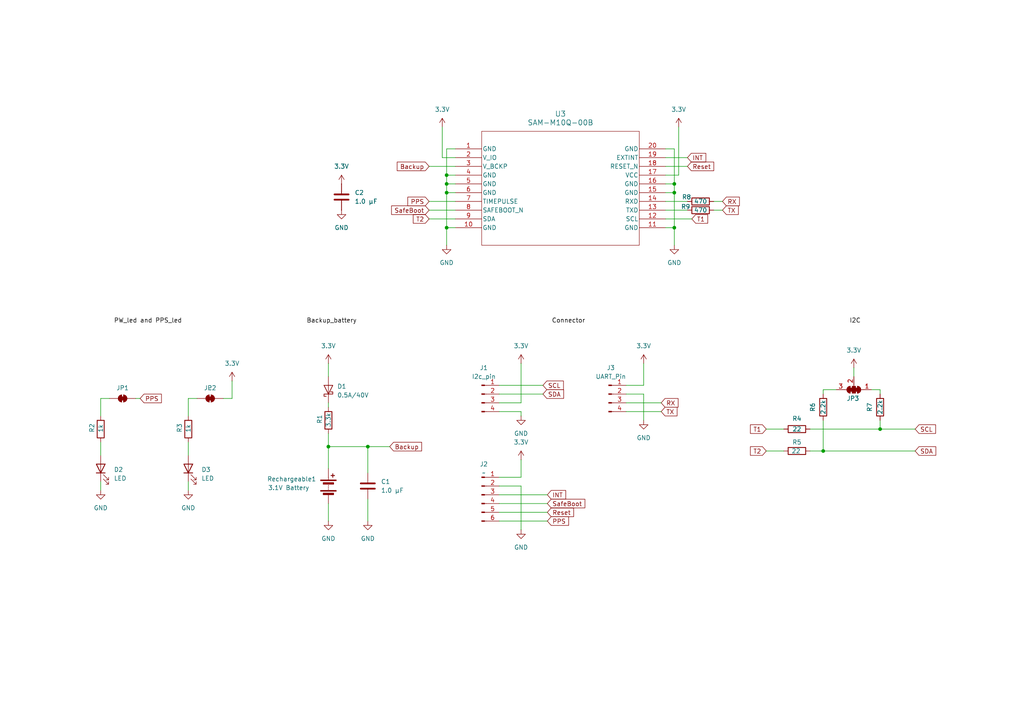
<source format=kicad_sch>
(kicad_sch (version 20231120) (generator "eeschema") (generator_version "8.0")
  (paper "A4")
  (lib_symbols
    (symbol "Connector:Conn_01x04_Pin" (pin_names (offset 1.016) hide)
      (property "Reference" "J" (at 0 5.08 0))
      (property "Value" "Conn_01x04_Pin" (at 0 -7.62 0))
      (symbol "Conn_01x04_Pin_1_1"
        (polyline (pts (xy 1.27 -5.08) (xy 0.8636 -5.08)) (stroke (width 0.1524)))
        (polyline (pts (xy 1.27 -2.54) (xy 0.8636 -2.54)) (stroke (width 0.1524)))
        (polyline (pts (xy 1.27 0) (xy 0.8636 0)) (stroke (width 0.1524)))
        (polyline (pts (xy 1.27 2.54) (xy 0.8636 2.54)) (stroke (width 0.1524)))
        (rectangle (start 0.8636 -4.953) (end 0 -5.207) (stroke (width 0.1524)) (fill (type outline)))
        (rectangle (start 0.8636 -2.413) (end 0 -2.667) (stroke (width 0.1524)) (fill (type outline)))
        (rectangle (start 0.8636 0.127) (end 0 -0.127) (stroke (width 0.1524)) (fill (type outline)))
        (rectangle (start 0.8636 2.667) (end 0 2.413) (stroke (width 0.1524)) (fill (type outline)))
        (pin passive line (at 5.08 2.54 180) (length 3.81) (name "Pin_1") (number "1"))
        (pin passive line (at 5.08 0 180) (length 3.81) (name "Pin_2") (number "2"))
        (pin passive line (at 5.08 -2.54 180) (length 3.81) (name "Pin_3") (number "3"))
        (pin passive line (at 5.08 -5.08 180) (length 3.81) (name "Pin_4") (number "4"))
      )
    )
    (symbol "Connector:Conn_01x06_Pin" (pin_names (offset 1.016) hide)
      (property "Reference" "J" (at 0 7.62 0))
      (property "Value" "Conn_01x06_Pin" (at 0 -10.16 0))
      (symbol "Conn_01x06_Pin_1_1"
        (polyline (pts (xy 1.27 -7.62) (xy 0.8636 -7.62)) (stroke (width 0.1524)))
        (polyline (pts (xy 1.27 -5.08) (xy 0.8636 -5.08)) (stroke (width 0.1524)))
        (polyline (pts (xy 1.27 -2.54) (xy 0.8636 -2.54)) (stroke (width 0.1524)))
        (polyline (pts (xy 1.27 0) (xy 0.8636 0)) (stroke (width 0.1524)))
        (polyline (pts (xy 1.27 2.54) (xy 0.8636 2.54)) (stroke (width 0.1524)))
        (polyline (pts (xy 1.27 5.08) (xy 0.8636 5.08)) (stroke (width 0.1524)))
        (rectangle (start 0.8636 -7.493) (end 0 -7.747) (stroke (width 0.1524)) (fill (type outline)))
        (rectangle (start 0.8636 -4.953) (end 0 -5.207) (stroke (width 0.1524)) (fill (type outline)))
        (rectangle (start 0.8636 -2.413) (end 0 -2.667) (stroke (width 0.1524)) (fill (type outline)))
        (rectangle (start 0.8636 0.127) (end 0 -0.127) (stroke (width 0.1524)) (fill (type outline)))
        (rectangle (start 0.8636 2.667) (end 0 2.413) (stroke (width 0.1524)) (fill (type outline)))
        (rectangle (start 0.8636 5.207) (end 0 4.953) (stroke (width 0.1524)) (fill (type outline)))
        (pin passive line (at 5.08 5.08 180) (length 3.81) (name "Pin_1") (number "1"))
        (pin passive line (at 5.08 2.54 180) (length 3.81) (name "Pin_2") (number "2"))
        (pin passive line (at 5.08 0 180) (length 3.81) (name "Pin_3") (number "3"))
        (pin passive line (at 5.08 -2.54 180) (length 3.81) (name "Pin_4") (number "4"))
        (pin passive line (at 5.08 -5.08 180) (length 3.81) (name "Pin_5") (number "5"))
        (pin passive line (at 5.08 -7.62 180) (length 3.81) (name "Pin_6") (number "6"))
      )
    )
    (symbol "Device:Battery" (pin_numbers hide) (pin_names (offset 0) hide)
      (property "Reference" "BT" (at 2.54 2.54 0))
      (property "Value" "Battery" (at 2.54 0 0))
      (symbol "Battery_0_1"
        (rectangle (start -2.286 -1.27) (end 2.286 -1.524) (fill (type outline)))
        (rectangle (start -2.286 1.778) (end 2.286 1.524) (fill (type outline)))
        (rectangle (start -1.524 -2.032) (end 1.524 -2.54) (fill (type outline)))
        (rectangle (start -1.524 1.016) (end 1.524 0.508) (fill (type outline)))
        (polyline (pts (xy 0 -1.016) (xy 0 -0.762)))
        (polyline (pts (xy 0 -0.508) (xy 0 -0.254)))
        (polyline (pts (xy 0 0) (xy 0 0.254)))
        (polyline (pts (xy 0 1.778) (xy 0 2.54)))
        (polyline (pts (xy 0.762 3.048) (xy 1.778 3.048)) (stroke (width 0.254)))
        (polyline (pts (xy 1.27 3.556) (xy 1.27 2.54)) (stroke (width 0.254)))
      )
      (symbol "Battery_1_1"
        (pin passive line (at 0 5.08 270) (length 2.54) (name "+") (number "1"))
        (pin passive line (at 0 -5.08 90) (length 2.54) (name "-") (number "2"))
      )
    )
    (symbol "Device:C" (pin_numbers hide) (pin_names (offset 0.254))
      (property "Reference" "C" (at 0.635 2.54 0))
      (property "Value" "C" (at 0.635 -2.54 0))
      (symbol "C_0_1"
        (polyline (pts (xy -2.032 -0.762) (xy 2.032 -0.762)) (stroke (width 0.508)))
        (polyline (pts (xy -2.032 0.762) (xy 2.032 0.762)) (stroke (width 0.508)))
      )
      (symbol "C_1_1"
        (pin passive line (at 0 3.81 270) (length 2.794) (name "~") (number "1"))
        (pin passive line (at 0 -3.81 90) (length 2.794) (name "~") (number "2"))
      )
    )
    (symbol "Device:LED" (pin_numbers hide) (pin_names (offset 1.016) hide)
      (property "Reference" "D" (at 0 2.54 0))
      (property "Value" "LED" (at 0 -2.54 0))
      (symbol "LED_0_1"
        (polyline (pts (xy -1.27 -1.27) (xy -1.27 1.27)) (stroke (width 0.254)))
        (polyline (pts (xy -1.27 0) (xy 1.27 0)))
        (polyline (pts (xy 1.27 -1.27) (xy 1.27 1.27) (xy -1.27 0) (xy 1.27 -1.27)) (stroke (width 0.254)))
        (polyline (pts (xy -3.048 -0.762) (xy -4.572 -2.286) (xy -3.81 -2.286) (xy -4.572 -2.286) (xy -4.572 -1.524)))
        (polyline (pts (xy -1.778 -0.762) (xy -3.302 -2.286) (xy -2.54 -2.286) (xy -3.302 -2.286) (xy -3.302 -1.524)))
      )
      (symbol "LED_1_1"
        (pin passive line (at -3.81 0 0) (length 2.54) (name "K") (number "1"))
        (pin passive line (at 3.81 0 180) (length 2.54) (name "A") (number "2"))
      )
    )
    (symbol "Device:R" (pin_numbers hide) (pin_names (offset 0))
      (property "Reference" "R" (at 2.032 0 90))
      (property "Value" "R" (at 0 0 90))
      (symbol "R_0_1"
        (rectangle (start -1.016 -2.54) (end 1.016 2.54) (stroke (width 0.254)))
      )
      (symbol "R_1_1"
        (pin passive line (at 0 3.81 270) (length 1.27) (name "~") (number "1"))
        (pin passive line (at 0 -3.81 90) (length 1.27) (name "~") (number "2"))
      )
    )
    (symbol "Diode:PMEG4005EH" (pin_numbers hide) (pin_names hide)
      (property "Reference" "D" (at 0 2.54 0))
      (property "Value" "PMEG4005EH" (at 0 -2.54 0))
      (symbol "PMEG4005EH_0_1"
        (polyline (pts (xy 1.27 0) (xy -1.27 0)))
        (polyline (pts (xy 1.27 1.27) (xy 1.27 -1.27) (xy -1.27 0) (xy 1.27 1.27)) (stroke (width 0.2032)))
        (polyline (pts (xy -1.905 0.635) (xy -1.905 1.27) (xy -1.27 1.27) (xy -1.27 -1.27) (xy -0.635 -1.27) (xy -0.635 -0.635)) (stroke (width 0.2032)))
      )
      (symbol "PMEG4005EH_1_1"
        (pin passive line (at -3.81 0 0) (length 2.54) (name "K") (number "1"))
        (pin passive line (at 3.81 0 180) (length 2.54) (name "A") (number "2"))
      )
    )
    (symbol "Jumper:SolderJumper_2_Bridged" (pin_numbers hide) (pin_names (offset 0) hide) (exclude_from_sim yes) (in_bom no)
      (property "Reference" "JP" (at 0 2.032 0))
      (property "Value" "SolderJumper_2_Bridged" (at 0 -2.54 0))
      (symbol "SolderJumper_2_Bridged_0_1"
        (rectangle (start -0.508 0.508) (end 0.508 -0.508) (fill (type outline)))
        (arc (start -0.254 1.016) (mid -1.2656 0) (end -0.254 -1.016))
        (arc (start -0.254 1.016) (mid -1.2656 0) (end -0.254 -1.016) (fill (type outline)))
        (polyline (pts (xy -0.254 1.016) (xy -0.254 -1.016)))
        (polyline (pts (xy 0.254 1.016) (xy 0.254 -1.016)))
        (arc (start 0.254 -1.016) (mid 1.2656 0) (end 0.254 1.016))
        (arc (start 0.254 -1.016) (mid 1.2656 0) (end 0.254 1.016) (fill (type outline)))
      )
      (symbol "SolderJumper_2_Bridged_1_1"
        (pin passive line (at -3.81 0 0) (length 2.54) (name "A") (number "1"))
        (pin passive line (at 3.81 0 180) (length 2.54) (name "B") (number "2"))
      )
    )
    (symbol "Jumper:SolderJumper_3_Bridged123" (pin_names (offset 0) hide) (exclude_from_sim yes) (in_bom no)
      (property "Reference" "JP" (at -2.54 -2.54 0))
      (property "Value" "SolderJumper_3_Bridged123" (at 0 2.794 0))
      (symbol "SolderJumper_3_Bridged123_0_1"
        (rectangle (start -1.016 0.508) (end -0.508 -0.508) (fill (type outline)))
        (arc (start -1.016 1.016) (mid -2.0276 0) (end -1.016 -1.016))
        (arc (start -1.016 1.016) (mid -2.0276 0) (end -1.016 -1.016) (fill (type outline)))
        (rectangle (start -0.508 1.016) (end 0.508 -1.016) (fill (type outline)))
        (polyline (pts (xy -2.54 0) (xy -2.032 0)))
        (polyline (pts (xy -1.016 1.016) (xy -1.016 -1.016)))
        (polyline (pts (xy 0 -1.27) (xy 0 -1.016)))
        (polyline (pts (xy 1.016 1.016) (xy 1.016 -1.016)))
        (polyline (pts (xy 2.54 0) (xy 2.032 0)))
        (rectangle (start 0.508 0.508) (end 1.016 -0.508) (fill (type outline)))
        (arc (start 1.016 -1.016) (mid 2.0276 0) (end 1.016 1.016))
        (arc (start 1.016 -1.016) (mid 2.0276 0) (end 1.016 1.016) (fill (type outline)))
      )
      (symbol "SolderJumper_3_Bridged123_1_1"
        (pin passive line (at -5.08 0 0) (length 2.54) (name "A") (number "1"))
        (pin passive line (at 0 -3.81 90) (length 2.54) (name "C") (number "2"))
        (pin passive line (at 5.08 0 180) (length 2.54) (name "B") (number "3"))
      )
    )
    (symbol "SAM-M10Q:SAM-M10Q-00B" (pin_names (offset 0.254))
      (property "Reference" "U" (at 30.48 10.16 0))
      (property "Value" "SAM-M10Q-00B" (at 30.48 7.62 0))
      (symbol "SAM-M10Q-00B_0_1"
        (polyline (pts (xy 7.62 -27.94) (xy 53.34 -27.94)) (stroke (width 0.127)))
        (polyline (pts (xy 7.62 5.08) (xy 7.62 -27.94)) (stroke (width 0.127)))
        (polyline (pts (xy 53.34 -27.94) (xy 53.34 5.08)) (stroke (width 0.127)))
        (polyline (pts (xy 53.34 5.08) (xy 7.62 5.08)) (stroke (width 0.127)))
        (pin power_out line (at 0 0 0) (length 7.62) (name "GND") (number "1"))
        (pin power_out line (at 0 -22.86 0) (length 7.62) (name "GND") (number "10"))
        (pin power_out line (at 60.96 -22.86 180) (length 7.62) (name "GND") (number "11"))
        (pin input line (at 60.96 -20.32 180) (length 7.62) (name "SCL") (number "12"))
        (pin output line (at 60.96 -17.78 180) (length 7.62) (name "TXD") (number "13"))
        (pin input line (at 60.96 -15.24 180) (length 7.62) (name "RXD") (number "14"))
        (pin power_out line (at 60.96 -12.7 180) (length 7.62) (name "GND") (number "15"))
        (pin power_out line (at 60.96 -10.16 180) (length 7.62) (name "GND") (number "16"))
        (pin power_in line (at 60.96 -7.62 180) (length 7.62) (name "VCC") (number "17"))
        (pin input line (at 60.96 -5.08 180) (length 7.62) (name "RESET_N") (number "18"))
        (pin input line (at 60.96 -2.54 180) (length 7.62) (name "EXTINT") (number "19"))
        (pin power_in line (at 0 -2.54 0) (length 7.62) (name "V_IO") (number "2"))
        (pin power_out line (at 60.96 0 180) (length 7.62) (name "GND") (number "20"))
        (pin power_in line (at 0 -5.08 0) (length 7.62) (name "V_BCKP") (number "3"))
        (pin power_out line (at 0 -7.62 0) (length 7.62) (name "GND") (number "4"))
        (pin power_out line (at 0 -10.16 0) (length 7.62) (name "GND") (number "5"))
        (pin power_out line (at 0 -12.7 0) (length 7.62) (name "GND") (number "6"))
        (pin output line (at 0 -15.24 0) (length 7.62) (name "TIMEPULSE") (number "7"))
        (pin input line (at 0 -17.78 0) (length 7.62) (name "SAFEBOOT_N") (number "8"))
        (pin bidirectional line (at 0 -20.32 0) (length 7.62) (name "SDA") (number "9"))
      )
    )
    (symbol "power:GND" (power) (pin_numbers hide) (pin_names (offset 0) hide)
      (property "Value" "GND" (at 0 -3.81 0))
      (symbol "GND_0_1"
        (polyline (pts (xy 0 0) (xy 0 -1.27) (xy 1.27 -1.27) (xy 0 -2.54) (xy -1.27 -1.27) (xy 0 -1.27)))
      )
      (symbol "GND_1_1"
        (pin power_in line (at 0 0 270) (length 0) (name "~") (number "1"))
      )
    )
    (symbol "power:VCC" (power) (pin_numbers hide) (pin_names (offset 0) hide)
      (property "Value" "VCC" (at 0 3.556 0))
      (symbol "VCC_0_1"
        (polyline (pts (xy -0.762 1.27) (xy 0 2.54)))
        (polyline (pts (xy 0 0) (xy 0 2.54)))
        (polyline (pts (xy 0 2.54) (xy 0.762 1.27)))
      )
      (symbol "VCC_1_1"
        (pin power_in line (at 0 0 90) (length 0) (name "~") (number "1"))
      )
    )
  )
  (junction (at 255.27 124.46))
  (junction (at 129.54 66.04))
  (junction (at 129.54 50.8))
  (junction (at 129.54 53.34))
  (junction (at 106.68 129.54))
  (junction (at 195.58 55.88))
  (junction (at 95.25 129.54))
  (junction (at 195.58 53.34))
  (junction (at 129.54 55.88))
  (junction (at 238.76 130.81))
  (junction (at 195.58 66.04))
  (wire (pts (xy 144.78 146.05) (xy 158.75 146.05)))
  (wire (pts (xy 29.21 128.27) (xy 29.21 132.08)))
  (wire (pts (xy 247.65 106.68) (xy 247.65 109.22)))
  (wire (pts (xy 95.25 105.41) (xy 95.25 109.22)))
  (wire (pts (xy 29.21 139.7) (xy 29.21 142.24)))
  (wire (pts (xy 157.48 111.76) (xy 144.78 111.76)))
  (wire (pts (xy 124.46 58.42) (xy 132.08 58.42)))
  (wire (pts (xy 144.78 148.59) (xy 158.75 148.59)))
  (wire (pts (xy 193.04 43.18) (xy 195.58 43.18)))
  (wire (pts (xy 193.04 55.88) (xy 195.58 55.88)))
  (wire (pts (xy 95.25 125.73) (xy 95.25 129.54)))
  (wire (pts (xy 128.27 36.83) (xy 128.27 45.72)))
  (wire (pts (xy 67.31 110.49) (xy 67.31 115.57)))
  (wire (pts (xy 40.64 115.57) (xy 39.37 115.57)))
  (wire (pts (xy 255.27 124.46) (xy 265.43 124.46)))
  (wire (pts (xy 129.54 66.04) (xy 132.08 66.04)))
  (wire (pts (xy 124.46 63.5) (xy 132.08 63.5)))
  (wire (pts (xy 124.46 48.26) (xy 132.08 48.26)))
  (wire (pts (xy 234.95 130.81) (xy 238.76 130.81)))
  (wire (pts (xy 124.46 60.96) (xy 132.08 60.96)))
  (wire (pts (xy 128.27 45.72) (xy 132.08 45.72)))
  (wire (pts (xy 191.77 119.38) (xy 181.61 119.38)))
  (wire (pts (xy 207.01 60.96) (xy 209.55 60.96)))
  (wire (pts (xy 181.61 114.3) (xy 186.69 114.3)))
  (wire (pts (xy 106.68 144.78) (xy 106.68 151.13)))
  (wire (pts (xy 144.78 151.13) (xy 158.75 151.13)))
  (wire (pts (xy 255.27 113.03) (xy 255.27 114.3)))
  (wire (pts (xy 252.73 113.03) (xy 255.27 113.03)))
  (wire (pts (xy 129.54 55.88) (xy 129.54 66.04)))
  (wire (pts (xy 151.13 105.41) (xy 151.13 116.84)))
  (wire (pts (xy 195.58 66.04) (xy 195.58 71.12)))
  (wire (pts (xy 106.68 129.54) (xy 113.03 129.54)))
  (wire (pts (xy 238.76 130.81) (xy 265.43 130.81)))
  (wire (pts (xy 195.58 43.18) (xy 195.58 53.34)))
  (wire (pts (xy 67.31 115.57) (xy 64.77 115.57)))
  (wire (pts (xy 106.68 129.54) (xy 106.68 137.16)))
  (wire (pts (xy 31.75 115.57) (xy 29.21 115.57)))
  (wire (pts (xy 193.04 66.04) (xy 195.58 66.04)))
  (wire (pts (xy 129.54 50.8) (xy 132.08 50.8)))
  (wire (pts (xy 199.39 48.26) (xy 193.04 48.26)))
  (wire (pts (xy 54.61 139.7) (xy 54.61 142.24)))
  (wire (pts (xy 129.54 55.88) (xy 132.08 55.88)))
  (wire (pts (xy 151.13 140.97) (xy 151.13 153.67)))
  (wire (pts (xy 193.04 58.42) (xy 199.39 58.42)))
  (wire (pts (xy 227.33 124.46) (xy 222.25 124.46)))
  (wire (pts (xy 227.33 130.81) (xy 222.25 130.81)))
  (wire (pts (xy 151.13 120.65) (xy 151.13 119.38)))
  (wire (pts (xy 199.39 45.72) (xy 193.04 45.72)))
  (wire (pts (xy 129.54 53.34) (xy 129.54 55.88)))
  (wire (pts (xy 95.25 146.05) (xy 95.25 151.13)))
  (wire (pts (xy 242.57 113.03) (xy 238.76 113.03)))
  (wire (pts (xy 195.58 53.34) (xy 195.58 55.88)))
  (wire (pts (xy 193.04 53.34) (xy 195.58 53.34)))
  (wire (pts (xy 186.69 114.3) (xy 186.69 121.92)))
  (wire (pts (xy 54.61 115.57) (xy 54.61 120.65)))
  (wire (pts (xy 234.95 124.46) (xy 255.27 124.46)))
  (wire (pts (xy 195.58 55.88) (xy 195.58 66.04)))
  (wire (pts (xy 186.69 105.41) (xy 186.69 111.76)))
  (wire (pts (xy 29.21 115.57) (xy 29.21 120.65)))
  (wire (pts (xy 238.76 121.92) (xy 238.76 130.81)))
  (wire (pts (xy 193.04 60.96) (xy 199.39 60.96)))
  (wire (pts (xy 144.78 138.43) (xy 151.13 138.43)))
  (wire (pts (xy 57.15 115.57) (xy 54.61 115.57)))
  (wire (pts (xy 151.13 119.38) (xy 144.78 119.38)))
  (wire (pts (xy 129.54 53.34) (xy 132.08 53.34)))
  (wire (pts (xy 191.77 116.84) (xy 181.61 116.84)))
  (wire (pts (xy 144.78 143.51) (xy 158.75 143.51)))
  (wire (pts (xy 200.66 63.5) (xy 193.04 63.5)))
  (wire (pts (xy 151.13 116.84) (xy 144.78 116.84)))
  (wire (pts (xy 238.76 113.03) (xy 238.76 114.3)))
  (wire (pts (xy 129.54 50.8) (xy 129.54 53.34)))
  (wire (pts (xy 157.48 114.3) (xy 144.78 114.3)))
  (wire (pts (xy 129.54 43.18) (xy 129.54 50.8)))
  (wire (pts (xy 95.25 116.84) (xy 95.25 118.11)))
  (wire (pts (xy 129.54 66.04) (xy 129.54 71.12)))
  (wire (pts (xy 207.01 58.42) (xy 209.55 58.42)))
  (wire (pts (xy 196.85 50.8) (xy 193.04 50.8)))
  (wire (pts (xy 95.25 129.54) (xy 95.25 135.89)))
  (wire (pts (xy 151.13 138.43) (xy 151.13 133.35)))
  (wire (pts (xy 186.69 111.76) (xy 181.61 111.76)))
  (wire (pts (xy 144.78 140.97) (xy 151.13 140.97)))
  (wire (pts (xy 95.25 129.54) (xy 106.68 129.54)))
  (wire (pts (xy 54.61 128.27) (xy 54.61 132.08)))
  (wire (pts (xy 132.08 43.18) (xy 129.54 43.18)))
  (wire (pts (xy 255.27 121.92) (xy 255.27 124.46)))
  (wire (pts (xy 196.85 36.83) (xy 196.85 50.8)))
  (label "Connector" (at 160.02 93.98 0))
  (label "PW_led and PPS_led" (at 33.02 93.98 0))
  (label "Backup_battery" (at 88.9 93.98 0))
  (label "I2C" (at 246.38 93.98 0))
  (global_label "RX" (shape input) (at 191.77 116.84 0) (property "Intersheetrefs" "${INTERSHEET_REFS}" (effects (hide yes))))
  (global_label "TX" (shape input) (at 209.55 60.96 0) (property "Intersheetrefs" "${INTERSHEET_REFS}" (effects (hide yes))))
  (global_label "SCL" (shape input) (at 157.48 111.76 0) (property "Intersheetrefs" "${INTERSHEET_REFS}" (effects (hide yes))))
  (global_label "T2" (shape input) (at 124.46 63.5 180) (property "Intersheetrefs" "${INTERSHEET_REFS}" (effects (hide yes))))
  (global_label "INT" (shape input) (at 199.39 45.72 0) (property "Intersheetrefs" "${INTERSHEET_REFS}" (effects (hide yes))))
  (global_label "PPS" (shape input) (at 40.64 115.57 0) (property "Intersheetrefs" "${INTERSHEET_REFS}" (effects (hide yes))))
  (global_label "Backup" (shape input) (at 113.03 129.54 0) (property "Intersheetrefs" "${INTERSHEET_REFS}" (effects (hide yes))))
  (global_label "PPS" (shape input) (at 158.75 151.13 0) (property "Intersheetrefs" "${INTERSHEET_REFS}" (effects (hide yes))))
  (global_label "T1" (shape input) (at 222.25 124.46 180) (property "Intersheetrefs" "${INTERSHEET_REFS}" (effects (hide yes))))
  (global_label "SCL" (shape input) (at 265.43 124.46 0) (property "Intersheetrefs" "${INTERSHEET_REFS}" (effects (hide yes))))
  (global_label "Reset" (shape input) (at 199.39 48.26 0) (property "Intersheetrefs" "${INTERSHEET_REFS}" (effects (hide yes))))
  (global_label "SDA" (shape input) (at 157.48 114.3 0) (property "Intersheetrefs" "${INTERSHEET_REFS}" (effects (hide yes))))
  (global_label "T1" (shape input) (at 200.66 63.5 0) (property "Intersheetrefs" "${INTERSHEET_REFS}" (effects (hide yes))))
  (global_label "SafeBoot" (shape input) (at 158.75 146.05 0) (property "Intersheetrefs" "${INTERSHEET_REFS}" (effects (hide yes))))
  (global_label "TX" (shape input) (at 191.77 119.38 0) (property "Intersheetrefs" "${INTERSHEET_REFS}" (effects (hide yes))))
  (global_label "PPS" (shape input) (at 124.46 58.42 180) (property "Intersheetrefs" "${INTERSHEET_REFS}" (effects (hide yes))))
  (global_label "Reset" (shape input) (at 158.75 148.59 0) (property "Intersheetrefs" "${INTERSHEET_REFS}" (effects (hide yes))))
  (global_label "RX" (shape input) (at 209.55 58.42 0) (property "Intersheetrefs" "${INTERSHEET_REFS}" (effects (hide yes))))
  (global_label "Backup" (shape input) (at 124.46 48.26 180) (property "Intersheetrefs" "${INTERSHEET_REFS}" (effects (hide yes))))
  (global_label "T2" (shape input) (at 222.25 130.81 180) (property "Intersheetrefs" "${INTERSHEET_REFS}" (effects (hide yes))))
  (global_label "INT" (shape input) (at 158.75 143.51 0) (property "Intersheetrefs" "${INTERSHEET_REFS}" (effects (hide yes))))
  (global_label "SDA" (shape input) (at 265.43 130.81 0) (property "Intersheetrefs" "${INTERSHEET_REFS}" (effects (hide yes))))
  (global_label "SafeBoot" (shape input) (at 124.46 60.96 180) (property "Intersheetrefs" "${INTERSHEET_REFS}" (effects (hide yes))))
  (symbol (lib_id "power:VCC") (at 151.13 105.41 0) (unit 1)
    (property "Reference" "#PWR04" (effects (hide yes)))
    (property "Value" "3.3V" (at 151.13 100.33 0))
    (property "Description" "Power symbol creates a global label with name \"VCC\"" (effects (hide yes)))
  )
  (symbol (lib_id "Device:R") (at 29.21 124.46 0) (unit 1)
    (property "Reference" "R2" (at 26.67 125.476 90) (effects (justify left)))
    (property "Value" "1k" (at 29.21 125.476 90) (effects (justify left)))
    (property "Footprint" "Resistor_SMD:R_0805_2012Metric" (effects (hide yes)))
    (property "Description" "Resistor" (effects (hide yes)))
  )
  (symbol (lib_id "power:GND") (at 151.13 153.67 0) (unit 1)
    (property "Reference" "#PWR08" (effects (hide yes)))
    (property "Value" "GND" (at 151.13 158.75 0))
    (property "Description" "Power symbol creates a global label with name \"GND\" , ground" (effects (hide yes)))
  )
  (symbol (lib_id "power:GND") (at 29.21 142.24 0) (unit 1)
    (property "Reference" "#PWR013" (effects (hide yes)))
    (property "Value" "GND" (at 29.21 147.32 0))
    (property "Description" "Power symbol creates a global label with name \"GND\" , ground" (effects (hide yes)))
  )
  (symbol (lib_id "Device:C") (at 99.06 57.15 0) (unit 1)
    (property "Reference" "C2" (at 102.87 55.8799 0) (effects (justify left)))
    (property "Value" "1.0 µF" (at 102.87 58.4199 0) (effects (justify left)))
    (property "Footprint" "Capacitor_SMD:C_0805_2012Metric" (effects (hide yes)))
    (property "Description" "Unpolarized capacitor" (effects (hide yes)))
  )
  (symbol (lib_id "Jumper:SolderJumper_2_Bridged") (at 60.96 115.57 0) (unit 1) (exclude_from_sim yes) (in_bom no)
    (property "Reference" "JP2" (at 60.96 112.522 0))
    (property "Value" "~" (at 60.96 113.03 0))
    (property "Footprint" "Jumper:SolderJumper-2_P1.3mm_Open_Pad1.0x1.5mm" (effects (hide yes)))
    (property "Description" "Solder Jumper, 2-pole, closed/bridged" (effects (hide yes)))
  )
  (symbol (lib_id "power:VCC") (at 128.27 36.83 0) (unit 1)
    (property "Reference" "#PWR01" (effects (hide yes)))
    (property "Value" "3.3V" (at 128.27 31.75 0))
    (property "Description" "Power symbol creates a global label with name \"VCC\"" (effects (hide yes)))
  )
  (symbol (lib_id "power:VCC") (at 99.06 53.34 0) (unit 1)
    (property "Reference" "#PWR018" (effects (hide yes)))
    (property "Value" "3.3V" (at 99.06 48.26 0))
    (property "Description" "Power symbol creates a global label with name \"VCC\"" (effects (hide yes)))
  )
  (symbol (lib_id "power:GND") (at 106.68 151.13 0) (unit 1)
    (property "Reference" "#PWR011" (effects (hide yes)))
    (property "Value" "GND" (at 106.68 156.21 0))
    (property "Description" "Power symbol creates a global label with name \"GND\" , ground" (effects (hide yes)))
  )
  (symbol (lib_id "Device:LED") (at 29.21 135.89 90) (unit 1)
    (property "Reference" "D2" (at 33.02 136.2074 90) (effects (justify right)))
    (property "Value" "LED" (at 33.02 138.7474 90) (effects (justify right)))
    (property "Footprint" "LED_SMD:LED_0805_2012Metric" (effects (hide yes)))
    (property "Description" "Light emitting diode" (effects (hide yes)))
  )
  (symbol (lib_id "power:VCC") (at 186.69 105.41 0) (unit 1)
    (property "Reference" "#PWR05" (effects (hide yes)))
    (property "Value" "3.3V" (at 186.69 100.33 0))
    (property "Description" "Power symbol creates a global label with name \"VCC\"" (effects (hide yes)))
  )
  (symbol (lib_id "Device:R") (at 231.14 124.46 270) (unit 1)
    (property "Reference" "R4" (at 231.14 121.412 90))
    (property "Value" "22" (at 231.14 124.46 90))
    (property "Footprint" "Resistor_SMD:R_0805_2012Metric" (effects (hide yes)))
    (property "Description" "Resistor" (effects (hide yes)))
  )
  (symbol (lib_id "power:GND") (at 186.69 121.92 0) (unit 1)
    (property "Reference" "#PWR06" (effects (hide yes)))
    (property "Value" "GND" (at 186.69 127 0))
    (property "Description" "Power symbol creates a global label with name \"GND\" , ground" (effects (hide yes)))
  )
  (symbol (lib_id "power:VCC") (at 151.13 133.35 0) (unit 1)
    (property "Reference" "#PWR07" (effects (hide yes)))
    (property "Value" "3.3V" (at 151.13 128.27 0))
    (property "Description" "Power symbol creates a global label with name \"VCC\"" (effects (hide yes)))
  )
  (symbol (lib_id "Device:LED") (at 54.61 135.89 90) (unit 1)
    (property "Reference" "D3" (at 58.42 136.2074 90) (effects (justify right)))
    (property "Value" "LED" (at 58.42 138.7474 90) (effects (justify right)))
    (property "Footprint" "LED_SMD:LED_0805_2012Metric" (effects (hide yes)))
    (property "Description" "Light emitting diode" (effects (hide yes)))
  )
  (symbol (lib_id "Jumper:SolderJumper_3_Bridged123") (at 247.65 113.03 180) (unit 1) (exclude_from_sim yes) (in_bom no)
    (property "Reference" "JP3" (at 247.396 115.57 0))
    (property "Value" "SolderJumper_3_Bridged123" (effects (hide yes)))
    (property "Footprint" "Jumper:SolderJumper-3_P1.3mm_Open_Pad1.0x1.5mm_NumberLabels" (effects (hide yes)))
    (property "Description" "Solder Jumper, 3-pole, pins 1+2+3 closed/bridged" (effects (hide yes)))
  )
  (symbol (lib_id "power:VCC") (at 247.65 106.68 0) (unit 1)
    (property "Reference" "#PWR017" (effects (hide yes)))
    (property "Value" "3.3V" (at 247.65 101.6 0))
    (property "Description" "Power symbol creates a global label with name \"VCC\"" (effects (hide yes)))
  )
  (symbol (lib_id "power:GND") (at 195.58 71.12 0) (unit 1)
    (property "Reference" "#PWR015" (effects (hide yes)))
    (property "Value" "GND" (at 195.58 76.2 0))
    (property "Description" "Power symbol creates a global label with name \"GND\" , ground" (effects (hide yes)))
  )
  (symbol (lib_id "Device:R") (at 231.14 130.81 270) (unit 1)
    (property "Reference" "R5" (at 231.14 128.27 90))
    (property "Value" "22" (at 230.886 130.81 90))
    (property "Footprint" "Resistor_SMD:R_0805_2012Metric" (effects (hide yes)))
    (property "Description" "Resistor" (effects (hide yes)))
  )
  (symbol (lib_id "Device:R") (at 203.2 60.96 270) (unit 1)
    (property "Reference" "R9" (at 198.882 59.944 90))
    (property "Value" "470" (at 203.2 60.96 90))
    (property "Footprint" "Resistor_SMD:R_0805_2012Metric" (effects (hide yes)))
    (property "Description" "Resistor" (effects (hide yes)))
  )
  (symbol (lib_id "power:VCC") (at 196.85 36.83 0) (unit 1)
    (property "Reference" "#PWR02" (effects (hide yes)))
    (property "Value" "3.3V" (at 196.85 31.75 0))
    (property "Description" "Power symbol creates a global label with name \"VCC\"" (effects (hide yes)))
  )
  (symbol (lib_id "Device:C") (at 106.68 140.97 0) (unit 1)
    (property "Reference" "C1" (at 110.49 139.6999 0) (effects (justify left)))
    (property "Value" "1.0 µF" (at 110.49 142.2399 0) (effects (justify left)))
    (property "Footprint" "Capacitor_SMD:C_0805_2012Metric" (effects (hide yes)))
    (property "Description" "Unpolarized capacitor" (effects (hide yes)))
  )
  (symbol (lib_id "Device:R") (at 203.2 58.42 270) (unit 1)
    (property "Reference" "R8" (at 199.136 57.15 90))
    (property "Value" "470" (at 203.2 58.42 90))
    (property "Footprint" "Resistor_SMD:R_0805_2012Metric" (effects (hide yes)))
    (property "Description" "Resistor" (effects (hide yes)))
  )
  (symbol (lib_id "Device:R") (at 54.61 124.46 0) (unit 1)
    (property "Reference" "R3" (at 52.07 125.476 90) (effects (justify left)))
    (property "Value" "1k" (at 54.61 125.476 90) (effects (justify left)))
    (property "Footprint" "Resistor_SMD:R_0805_2012Metric" (effects (hide yes)))
    (property "Description" "Resistor" (effects (hide yes)))
  )
  (symbol (lib_id "power:GND") (at 99.06 60.96 0) (unit 1)
    (property "Reference" "#PWR019" (effects (hide yes)))
    (property "Value" "GND" (at 99.06 66.04 0))
    (property "Description" "Power symbol creates a global label with name \"GND\" , ground" (effects (hide yes)))
  )
  (symbol (lib_id "Device:R") (at 255.27 118.11 0) (unit 1)
    (property "Reference" "R7" (at 252.222 118.11 90))
    (property "Value" "2.2k" (at 255.27 118.11 90))
    (property "Footprint" "Resistor_SMD:R_0805_2012Metric" (effects (hide yes)))
    (property "Description" "Resistor" (effects (hide yes)))
  )
  (symbol (lib_id "power:VCC") (at 67.31 110.49 0) (unit 1)
    (property "Reference" "#PWR012" (effects (hide yes)))
    (property "Value" "3.3V" (at 67.31 105.41 0))
    (property "Description" "Power symbol creates a global label with name \"VCC\"" (effects (hide yes)))
  )
  (symbol (lib_id "Connector:Conn_01x06_Pin") (at 139.7 143.51 0) (unit 1)
    (property "Reference" "J2" (at 140.335 134.62 0))
    (property "Value" "~" (at 140.335 137.16 0))
    (property "Footprint" "Connector_PinHeader_1.00mm:PinHeader_1x06_P1.00mm_Vertical" (effects (hide yes)))
    (property "Description" "Generic connector, single row, 01x06, script generated" (effects (hide yes)))
  )
  (symbol (lib_id "SAM-M10Q:SAM-M10Q-00B") (at 132.08 43.18 0) (unit 1)
    (property "Reference" "U3" (at 162.56 33.02 0) (effects (font (size 1.524 1.524))))
    (property "Value" "SAM-M10Q-00B" (at 162.56 35.56 0) (effects (font (size 1.524 1.524))))
    (property "Footprint" "SAM-M10Q:SAM-M10Q_UBL" (effects (hide yes)))
    (property "Datasheet" "SAM-M10Q-00B" (effects (hide yes)))
  )
  (symbol (lib_id "power:GND") (at 151.13 120.65 0) (unit 1)
    (property "Reference" "#PWR03" (effects (hide yes)))
    (property "Value" "GND" (at 151.13 125.73 0))
    (property "Description" "Power symbol creates a global label with name \"GND\" , ground" (effects (hide yes)))
  )
  (symbol (lib_id "Diode:PMEG4005EH") (at 95.25 113.03 90) (unit 1)
    (property "Reference" "D1" (at 97.79 112.0774 90) (effects (justify right)))
    (property "Value" "0.5A/40V" (at 97.79 114.6174 90) (effects (justify right)))
    (property "Footprint" "Diode_SMD:D_SOD-123F" (effects (hide yes)))
    (property "Datasheet" "https://assets.nexperia.com/documents/data-sheet/PMEGXX05EH_EJ_SER.pdf" (effects (hide yes)))
    (property "Description" "40V, 500mA very low Vf MEGA Schottky barrier rectifier, SOD-123F" (effects (hide yes)))
  )
  (symbol (lib_id "Device:R") (at 238.76 118.11 0) (unit 1)
    (property "Reference" "R6" (at 235.712 118.11 90))
    (property "Value" "2.2k" (at 238.76 118.11 90))
    (property "Footprint" "Resistor_SMD:R_0805_2012Metric" (effects (hide yes)))
    (property "Description" "Resistor" (effects (hide yes)))
  )
  (symbol (lib_id "Device:Battery") (at 95.25 140.97 0) (unit 1)
    (property "Reference" "Rechargeable1" (at 77.47 138.938 0) (effects (justify left)))
    (property "Value" "3.1V Battery" (at 77.724 141.478 0) (effects (justify left)))
    (property "Footprint" "Battery:BatteryHolder_Seiko_MS621F" (effects (hide yes)))
    (property "Description" "Multiple-cell battery" (effects (hide yes)))
  )
  (symbol (lib_id "power:GND") (at 95.25 151.13 0) (unit 1)
    (property "Reference" "#PWR010" (effects (hide yes)))
    (property "Value" "GND" (at 95.25 156.21 0))
    (property "Description" "Power symbol creates a global label with name \"GND\" , ground" (effects (hide yes)))
  )
  (symbol (lib_id "power:GND") (at 54.61 142.24 0) (unit 1)
    (property "Reference" "#PWR014" (effects (hide yes)))
    (property "Value" "GND" (at 54.61 147.32 0))
    (property "Description" "Power symbol creates a global label with name \"GND\" , ground" (effects (hide yes)))
  )
  (symbol (lib_id "power:GND") (at 129.54 71.12 0) (unit 1)
    (property "Reference" "#PWR016" (effects (hide yes)))
    (property "Value" "GND" (at 129.54 76.2 0))
    (property "Description" "Power symbol creates a global label with name \"GND\" , ground" (effects (hide yes)))
  )
  (symbol (lib_id "Jumper:SolderJumper_2_Bridged") (at 35.56 115.57 0) (unit 1) (exclude_from_sim yes) (in_bom no)
    (property "Reference" "JP1" (at 35.56 112.522 0))
    (property "Value" "SolderJumper_2_Bridged" (effects (hide yes)))
    (property "Footprint" "Jumper:SolderJumper-2_P1.3mm_Open_Pad1.0x1.5mm" (effects (hide yes)))
    (property "Description" "Solder Jumper, 2-pole, closed/bridged" (effects (hide yes)))
  )
  (symbol (lib_id "Connector:Conn_01x04_Pin") (at 176.53 114.3 0) (unit 1)
    (property "Reference" "J3" (at 177.165 106.68 0))
    (property "Value" "UART_Pin" (at 177.165 109.22 0))
    (property "Footprint" "Connector_PinHeader_1.00mm:PinHeader_1x04_P1.00mm_Vertical" (effects (hide yes)))
    (property "Description" "Generic connector, single row, 01x04, script generated" (effects (hide yes)))
  )
  (symbol (lib_id "power:VCC") (at 95.25 105.41 0) (unit 1)
    (property "Reference" "#PWR09" (effects (hide yes)))
    (property "Value" "3.3V" (at 95.25 100.33 0))
    (property "Description" "Power symbol creates a global label with name \"VCC\"" (effects (hide yes)))
  )
  (symbol (lib_id "Connector:Conn_01x04_Pin") (at 139.7 114.3 0) (unit 1)
    (property "Reference" "J1" (at 140.335 106.68 0))
    (property "Value" "I2c_pin" (at 140.335 109.22 0))
    (property "Footprint" "Connector_PinHeader_1.00mm:PinHeader_1x04_P1.00mm_Vertical" (effects (hide yes)))
    (property "Description" "Generic connector, single row, 01x04, script generated" (effects (hide yes)))
  )
  (symbol (lib_id "Device:R") (at 95.25 121.92 0) (unit 1)
    (property "Reference" "R1" (at 92.71 122.936 90) (effects (justify left)))
    (property "Value" "3.3k" (at 95.25 123.952 90) (effects (justify left)))
    (property "Footprint" "Resistor_SMD:R_0805_2012Metric" (effects (hide yes)))
    (property "Description" "Resistor" (effects (hide yes)))
  )
)
</source>
